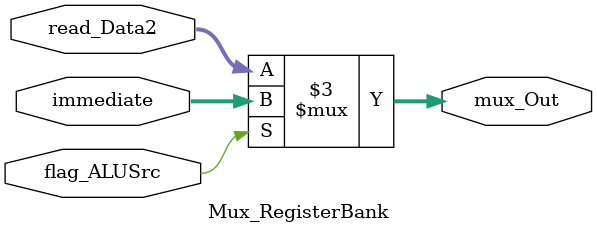
<source format=v>
module Mux_RegisterBank (read_Data2, immediate, flag_ALUSrc, mux_Out);

	input [31:0] read_Data2, immediate;
	input flag_ALUSrc;
	output reg [31:0] mux_Out;
	
	always@(*)
	begin
		if (flag_ALUSrc)
			mux_Out = immediate;
		else
			mux_Out = read_Data2;
	end

endmodule

</source>
